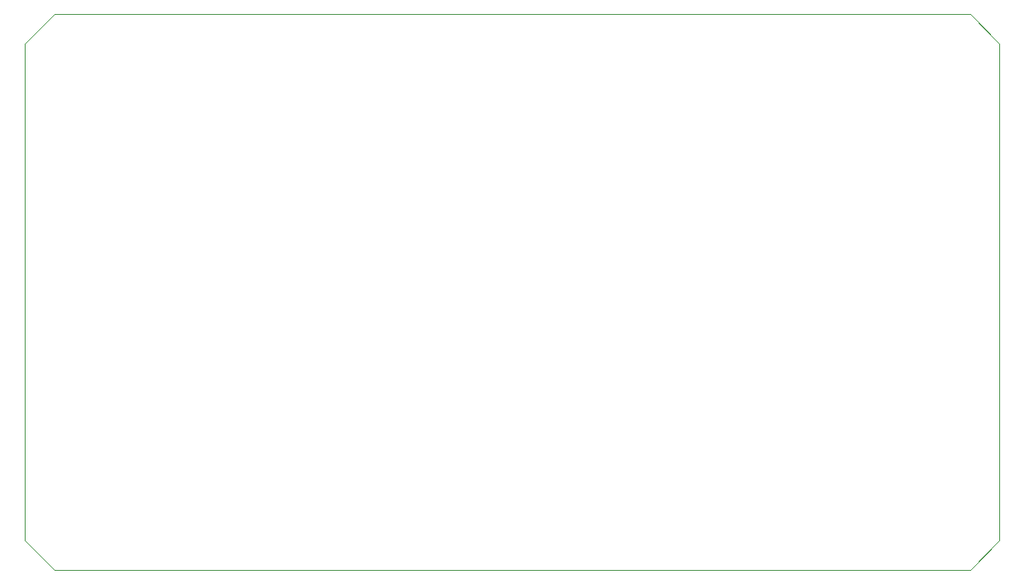
<source format=gbr>
G04 #@! TF.FileFunction,Profile,NP*
%FSLAX46Y46*%
G04 Gerber Fmt 4.6, Leading zero omitted, Abs format (unit mm)*
G04 Created by KiCad (PCBNEW 4.0.7) date Friday, May 04, 2018 'PMt' 08:01:22 PM*
%MOMM*%
%LPD*%
G01*
G04 APERTURE LIST*
%ADD10C,0.100000*%
G04 APERTURE END LIST*
D10*
X97790000Y-135350000D02*
X94790000Y-132350000D01*
X191790000Y-78350000D02*
X194790000Y-81350000D01*
X191790000Y-135350000D02*
X194790000Y-132350000D01*
X97790000Y-78350000D02*
X94790000Y-81350000D01*
X191790000Y-78350000D02*
X97790000Y-78350000D01*
X97790000Y-135350000D02*
X191790000Y-135350000D01*
X94790000Y-81350000D02*
X94790000Y-132350000D01*
X194790000Y-132350000D02*
X194790000Y-81350000D01*
M02*

</source>
